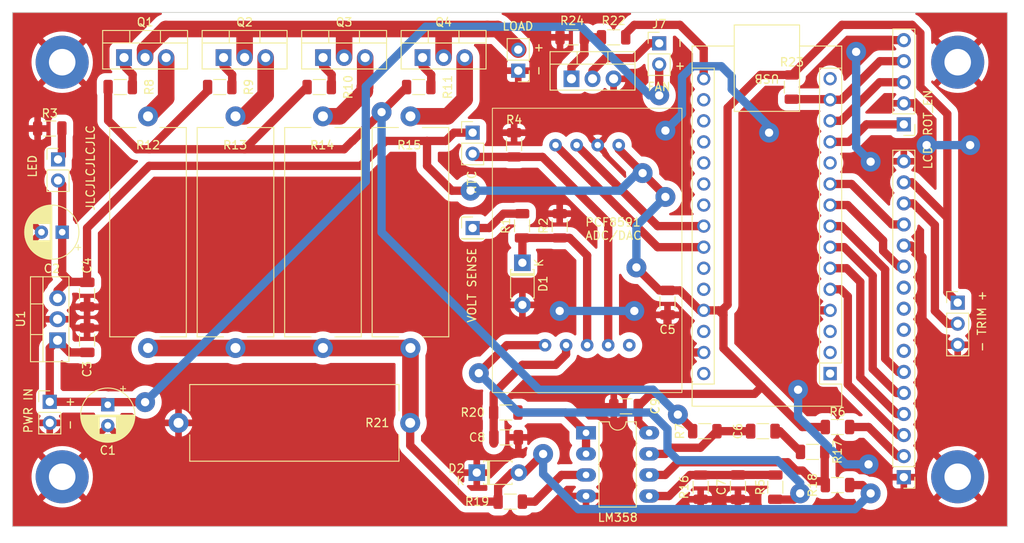
<source format=kicad_pcb>
(kicad_pcb (version 20221018) (generator pcbnew)
  (layers (0 "F.Cu" signal) (31 "B.Cu" signal) (34 "B.Paste" user) (35 "F.Paste" user) (36 "B.SilkS" user "B.Silkscreen") (37 "F.SilkS" user "F.Silkscreen") (38 "B.Mask" user) (39 "F.Mask" user) (44 "Edge.Cuts" user))
  (net 0 "")
  (net 4 "GND")
  (net 5 "Net-(A1-D2)")
  (net 6 "Net-(A1-D3)")
  (net 7 "Net-(A1-D4)")
  (net 8 "Net-(A1-D5)")
  (net 9 "Net-(A1-D6)")
  (net 10 "Net-(A1-D7)")
  (net 11 "fan_control")
  (net 12 "Net-(A1-D9)")
  (net 13 "Net-(A1-D10)")
  (net 14 "Net-(A1-MOSI)")
  (net 23 "Net-(A1-SDA{slash}A4)")
  (net 24 "Net-(A1-SCL{slash}A5)")
  (net 27 "+5V")
  (net 30 "curr_set")
  (net 31 "curr_sense")
  (net 32 "volt_sense")
  (net 33 "temp_sense")
  (net 35 "+12V")
  (net 36 "Net-(U2B-+)")
  (net 37 "Net-(D2-A)")
  (net 38 "Net-(J1-Pin_1)")
  (net 39 "Net-(J3-Pin_1)")
  (net 40 "Net-(J4-Pin_2)")
  (net 41 "Net-(J5-Pin_2)")
  (net 46 "Net-(J5-Pin_14)")
  (net 47 "Net-(J7-Pin_1)")
  (net 48 "Net-(Q1-G)")
  (net 49 "Net-(Q1-S)")
  (net 50 "Net-(Q2-G)")
  (net 51 "Net-(Q2-S)")
  (net 52 "Net-(Q3-G)")
  (net 53 "Net-(Q3-S)")
  (net 54 "Net-(Q4-G)")
  (net 55 "Net-(Q4-S)")
  (net 56 "Net-(Q5-G)")
  (net 57 "Net-(R10-Pad2)")
  (net 58 "Net-(U2B--)")
  (net 59 "Net-(U2A-+)")
  (net 60 "Net-(U2A--)")
  (net 61 "Net-(C6-Pad1)")
  (net 62 "Net-(C6-Pad2)")
  (footprint "Resistor_SMD:R_1206_3216Metric" (layer "F.Cu") (at 117.5 33)
    (fp_text reference "R24")
    (fp_text value "10k" hide)
  )
  (footprint "Connector_PinHeader_2.54mm:PinHeader_1x05_P2.54mm_Vertical" (layer "F.Cu") (at 157.5 43.5 180)
    (fp_text reference "J6" hide)
    (fp_text value "RotEnc_Conn" hide)
  )
  (footprint "Package_DIP:DIP-8_W7.62mm_LongPads" (layer "F.Cu") (at 119.175 80.7)
    (fp_text reference "U2" hide)
    (fp_text value "LM358" hide)
  )
  (footprint "Resistor_SMD:R_1206_3216Metric" (layer "F.Cu") (at 133.5 80.5 180)
    (fp_text reference "R7")
    (fp_text value "100R" hide)
  )
  (footprint "Capacitor_THT:CP_Radial_D6.3mm_P2.50mm" (layer "F.Cu") (at 56 56.5 180)
    (fp_text reference "C2")
    (fp_text value "100uF" hide)
  )
  (footprint "Resistor_THT:R_Axial_Power_L25.0mm_W9.0mm_P27.94mm" (layer "F.Cu") (at 87.45 42.53 -90)
    (fp_text reference "R14")
    (fp_text value "0.1R" hide)
  )
  (footprint "Resistor_SMD:R_1206_3216Metric" (layer "F.Cu") (at 146.5 83 180)
    (fp_text reference "R17")
    (fp_text value "1k" hide)
  )
  (footprint "Capacitor_SMD:C_1206_3216Metric" (layer "F.Cu") (at 129 65 -90)
    (fp_text reference "C5")
    (fp_text value "100nF" hide)
  )
  (footprint "Resistor_SMD:R_1206_3216Metric" (layer "F.Cu") (at 109.5 78.25)
    (fp_text reference "R20")
    (fp_text value "100R" hide)
  )
  (footprint "Resistor_SMD:R_1206_3216Metric" (layer "F.Cu") (at 63 39 180)
    (fp_text reference "R8")
    (fp_text value "100R" hide)
  )
  (footprint "Package_TO_SOT_THT:TO-220-3_Vertical" (layer "F.Cu") (at 87.46 35.445)
    (fp_text reference "Q3")
    (fp_text value "IRLZ44N" hide)
  )
  (footprint "Package_TO_SOT_THT:TO-220-3_Vertical" (layer "F.Cu") (at 99.46 35.445)
    (fp_text reference "Q4")
    (fp_text value "IRLZ44N" hide)
  )
  (footprint "Resistor_SMD:R_1206_3216Metric" (layer "F.Cu") (at 142 87.25 90)
    (fp_text reference "R5")
    (fp_text value "10k" hide)
  )
  (footprint "Resistor_THT:R_Axial_Power_L25.0mm_W9.0mm_P27.94mm" (layer "F.Cu") (at 66.35 42.53 -90)
    (fp_text reference "R12")
    (fp_text value "0.1R" hide)
  )
  (footprint "Resistor_SMD:R_1206_3216Metric" (layer "F.Cu") (at 149.5 87 180)
    (fp_text reference "R18")
    (fp_text value "10k" hide)
  )
  (footprint "Connector_PinHeader_2.54mm:PinHeader_1x16_P2.54mm_Vertical" (layer "F.Cu") (at 157.5 86.05 180)
    (fp_text reference "J5" hide)
    (fp_text value "16x2_LCD_Conn" hide)
  )
  (footprint "Resistor_THT:R_Axial_Power_L25.0mm_W9.0mm_P27.94mm" (layer "F.Cu") (at 97.97 79.5 180)
    (fp_text reference "R21")
    (fp_text value "0.1R" hide)
  )
  (footprint "Resistor_SMD:R_1206_3216Metric" (layer "F.Cu") (at 110.0375 89 180)
    (fp_text reference "R19")
    (fp_text value "10k" hide)
  )
  (footprint "Package_TO_SOT_THT:TO-220-3_Vertical" (layer "F.Cu") (at 117.42 38)
    (fp_text reference "Q5" hide)
    (fp_text value "IRLZ44N" hide)
  )
  (footprint "MountingHole:MountingHole_3.2mm_M3_Pad" (layer "F.Cu") (at 56 86)
    (fp_text reference "H3" hide)
    (fp_text value "MountingHole_Pad" hide)
  )
  (footprint "Connector_PinHeader_2.54mm:PinHeader_1x02_P2.54mm_Vertical" (layer "F.Cu") (at 111 37.025 180)
    (fp_text reference "J4" hide)
    (fp_text value "Load_Conn" hide)
  )
  (footprint "Connector_PinHeader_2.54mm:PinHeader_1x03_P2.54mm_Vertical" (layer "F.Cu") (at 164 65)
    (fp_text reference "RV1" hide)
    (fp_text value "10k" hide)
  )
  (footprint "Module:Arduino_Nano" (layer "F.Cu") (at 148.61 73.55 180)
    (fp_text reference "A1" hide)
    (fp_text value "Arduino_Nano" hide)
  )
  (footprint "Resistor_SMD:R_1206_3216Metric" (layer "F.Cu") (at 122.5 33 180)
    (fp_text reference "R22")
    (fp_text value "220R" hide)
  )
  (footprint "Resistor_SMD:R_1206_3216Metric" (layer "F.Cu") (at 54.5 44)
    (fp_text reference "R3")
    (fp_text value "220R" hide)
  )
  (footprint "Diode_THT:D_T-1_P5.08mm_Horizontal" (layer "F.Cu") (at 111.5 60.19 -90)
    (fp_text reference "D1")
    (fp_text value "5V")
  )
  (footprint "Connector_PinHeader_2.54mm:PinHeader_1x01_P2.54mm_Vertical" (layer "F.Cu") (at 105.5 56)
    (fp_text reference "J1" hide)
    (fp_text value "VoltSense_Conn" hide)
  )
  (footprint "Connector_PinHeader_2.54mm:PinHeader_1x02_P2.54mm_Vertical" (layer "F.Cu") (at 54.5 76.96)
    (fp_text reference "J2" hide)
    (fp_text value "PowerInput_Conn" hide)
  )
  (footprint "MountingHole:MountingHole_3.2mm_M3_Pad" (layer "F.Cu") (at 164 86)
    (fp_text reference "H4" hide)
    (fp_text value "MountingHole_Pad" hide)
  )
  (footprint "Resistor_SMD:R_1206_3216Metric" (layer "F.Cu") (at 110.5 45.9625 90)
    (fp_text reference "R4")
    (fp_text value "10k" hide)
  )
  (footprint "Package_TO_SOT_THT:TO-220-3_Vertical" (layer "F.Cu") (at 55.445 69.54 90)
    (fp_text reference "U1")
    (fp_text value "LM7805_TO220" hide)
  )
  (footprint "Resistor_SMD:R_1206_3216Metric" (layer "F.Cu") (at 75 39 180)
    (fp_text reference "R9")
    (fp_text value "100R" hide)
  )
  (footprint "Connector_PinHeader_2.54mm:PinHeader_1x02_P2.54mm_Vertical" (layer "F.Cu") (at 128 33.725)
    (fp_text reference "J7")
    (fp_text value "Fan_Conn" hide)
  )
  (footprint "Capacitor_SMD:C_1206_3216Metric" (layer "F.Cu") (at 59 69.525 90)
    (fp_text reference "C3")
    (fp_text value "100nF" hide)
  )
  (footprint "Resistor_SMD:R_1206_3216Metric" (layer "F.Cu") (at 116 55.73 -90)
    (fp_text reference "R2")
    (fp_text value "10k" hide)
  )
  (footprint "Connector_PinHeader_2.54mm:PinHeader_1x02_P2.54mm_Vertical" (layer "F.Cu") (at 55.5 47.725)
    (fp_text reference "J3" hide)
    (fp_text value "LED_Conn" hide)
  )
  (footprint "Capacitor_THT:CP_Radial_D6.3mm_P2.50mm" (layer "F.Cu") (at 61.5 77.317621 -90)
    (fp_text reference "C1")
    (fp_text value "100uF" hide)
  )
  (footprint "Resistor_SMD:R_1206_3216Metric" (layer "F.Cu") (at 133 87.25 90)
    (fp_text reference "R16")
    (fp_text value "1k" hide)
  )
  (footprint "Resistor_SMD:R_1206_3216Metric" (layer "F.Cu") (at 144 39 90)
    (fp_text reference "R23")
    (fp_text value "10k" hide)
  )
  (footprint "Capacitor_SMD:C_1206_3216Metric" (layer "F.Cu") (at 124 77.5 180)
    (fp_text reference "C9")
    (fp_text value "100nF" hide)
  )
  (footprint "Resistor_SMD:R_1206_3216Metric" (layer "F.Cu") (at 87 39 180)
    (fp_text reference "R10")
    (fp_text value "100R" hide)
  )
  (footprint "Package_TO_SOT_THT:TO-220-3_Vertical" (layer "F.Cu") (at 63.46 35.445)
    (fp_text reference "Q1")
    (fp_text value "IRLZ44N" hide)
  )
  (footprint "Package_TO_SOT_THT:TO-220-3_Vertical" (layer "F.Cu") (at 75.46 35.445)
    (fp_text reference "Q2")
    (fp_text value "IRLZ44N" hide)
  )
  (footprint "Resistor_SMD:R_1206_3216Metric" (layer "F.Cu") (at 149.5 80)
    (fp_text reference "R6")
    (fp_text value "470R" hide)
  )
  (footprint "Diode_THT:D_T-1_P5.08mm_Horizontal" (layer "F.Cu") (at 105.9975 85.5)
    (fp_text reference "D2")
    (fp_text value "D" hide)
  )
  (footprint "Resistor_THT:R_Axial_Power_L25.0mm_W9.0mm_P27.94mm" (layer "F.Cu") (at 98 42.53 -90)
    (fp_text reference "R15")
    (fp_text value "0.1R" hide)
  )
  (footprint "MyFootprintLibrary:ADC_DAC_Board" (layer "F.Cu") (at 119.31 58.7 90)
    (fp_text reference "A2" hide)
    (fp_text value "~" hide)
  )
  (footprint "Capacitor_SMD:C_1206_3216Metric" (layer "F.Cu") (at 59 64.025 -90)
    (fp_text reference "C4")
    (fp_text value "100nF" hide)
  )
  (footprint "MountingHole:MountingHole_3.2mm_M3_Pad" (layer "F.Cu") (at 164 36)
    (fp_text reference "H2" hide)
    (fp_text value "MountingHole_Pad" hide)
  )
  (footprint "Capacitor_SMD:C_1206_3216Metric" (layer "F.Cu") (at 140.5 80.5)
    (fp_text reference "C6")
    (fp_text value "1nF" hide)
  )
  (footprint "Resistor_THT:R_Axial_Power_L25.0mm_W9.0mm_P27.94mm" (layer "F.Cu") (at 76.9 42.53 -90)
    (fp_text reference "R13")
    (fp_text value "0.1R" hide)
  )
  (footprint "Resistor_SMD:R_1206_3216Metric" (layer "F.Cu") (at 111.46 55.73 90)
    (fp_text reference "R1")
    (fp_text value "47k" hide)
  )
  (footprint "Connector_PinHeader_2.54mm:PinHeader_1x02_P2.54mm_Vertical" (layer "F.Cu") (at 105.5 44.5)
    (fp_text reference "TH1" hide)
    (fp_text value "10k_NTC" hide)
  )
  (footprint "MountingHole:MountingHole_3.2mm_M3_Pad" (layer "F.Cu") (at 56 36)
    (fp_text reference "H1" hide)
    (fp_text value "MountingHole_Pad" hide)
  )
  (footprint "Resistor_SMD:R_1206_3216Metric" (layer "F.Cu") (at 99 39 180)
    (fp_text reference "R11")
    (fp_text value "100R" hide)
  )
  (footprint "Capacitor_SMD:C_1206_3216Metric" (layer "F.Cu") (at 137.5 87.25 -90)
    (fp_text reference "C7")
    (fp_text value "100nF" hide)
  )
  (footprint "Capacitor_SMD:C_1206_3216Metric" (layer "F.Cu") (at 109.5375 81.25)
    (fp_text reference "C8")
    (fp_text value "100n" hide)
  )
  (gr_line (start 170 92) (end 50 92) (stroke (width 0.1)) (layer "Edge.Cuts"))
  (gr_line (start 50 30) (end 170 30) (stroke (width 0.1)) (layer "Edge.Cuts"))
  (gr_line (start 170 30) (end 170 92) (stroke (width 0.1)) (layer "Edge.Cuts"))
  (gr_line (start 50 92) (end 50 30) (stroke (width 0.1)) (layer "Edge.Cuts"))
  (gr_text "ROT_EN" (at 161 44.96 90) (layer "F.SilkS") (effects (font (size 1 1)) (justify left bottom)))
  (gr_text "LM358" (at 120.5 91.5) (layer "F.SilkS") (effects (font (size 1 1)) (justify left bottom)))
  (gr_text "LCD" (at 161 49 90) (layer "F.SilkS") (effects (font (size 1 1)) (justify left bottom)))
  (gr_text "-  +" (at 114 37.75 90) (layer "F.SilkS") (effects (font (size 1 1)) (justify left bottom)))
  (gr_text "VOLT SENSE" (at 106 67.5 90) (layer "F.SilkS") (effects (font (size 1 1)) (justify left bottom)))
  (gr_text "-  +" (at 57.5 80.46 90) (layer "F.SilkS") (effects (font (size 1 1)) (justify left bottom)))
  (gr_text "- TRIM +" (at 167.5 71.04 90) (layer "F.SilkS") (effects (font (size 1 1)) (justify left bottom)))
  (gr_text "PCF8591\nADC/DAC" (at 119 57.5) (layer "F.SilkS") (effects (font (size 1 1)) (justify left bottom)))
  (gr_text "NTC" (at 106 52 90) (layer "F.SilkS") (effects (font (size 1 1)) (justify left bottom)))
  (gr_text "FAN" (at 126.5 39.555) (layer "F.SilkS") (effects (font (size 1 1)) (justify left bottom)))
  (gr_text "LOAD" (at 109 32.25) (layer "F.SilkS") (effects (font (size 1 1)) (justify left bottom)))
  (gr_text "-  +" (at 130 33 -90) (layer "F.SilkS") (effects (font (size 1 1)) (justify left bottom)))
  (gr_text "PWR IN" (at 52.5 80.83 90) (layer "F.SilkS") (effects (font (size 1 1)) (justify left bottom)))
  (gr_text "JLCJLCJLCJLC" (at 60 54 90) (layer "F.SilkS") (effects (font (size 1 1)) (justify left bottom)))
  (gr_text "LED" (at 53 50 90) (layer "F.SilkS") (effects (font (size 1 1)) (justify left bottom)))
  (segment (start 144.75 67.75) (end 144.75 75.5) (width 1) (layer "F.Cu") (net 4))
  (segment (start 162.797919 70.08) (end 164 70.08) (width 1) (layer "F.Cu") (net 4))
  (segment (start 158.71 40.96) (end 160.25 42.5) (width 1) (layer "F.Cu") (net 4))
  (segment (start 157.5 33.34) (end 153.16 33.34) (width 1) (layer "F.Cu") (net 4))
  (segment (start 159.75 59.5) (end 159.75 67.032081) (width 1) (layer "F.Cu") (net 4))
  (segment (start 129 68) (end 132.01 71.01) (width 1) (layer "F.Cu") (net 4))
  (segment (start 129 66.475) (end 129 68) (width 1) (layer "F.Cu") (net 4))
  (segment (start 158.36 58.11) (end 159.75 59.5) (width 1) (layer "F.Cu") (net 4))
  (segment (start 157.5 40.96) (end 158.71 40.96) (width 1) (layer "F.Cu") (net 4))
  (segment (start 132.01 71.01) (end 133.37 71.01) (width 1) (layer "F.Cu") (net 4))
  (segment (start 153.16 33.34) (end 151.75 34.75) (width 1) (layer "F.Cu") (net 4))
  (segment (start 159.75 67.032081) (end 162.797919 70.08) (width 1) (layer "F.Cu") (net 4))
  (segment (start 146.57 65.93) (end 144.75 67.75) (width 1) (layer "F.Cu") (net 4))
  (segment (start 148.61 65.93) (end 146.57 65.93) (width 1) (layer "F.Cu") (net 4))
  (segment (start 157.5 58.11) (end 158.36 58.11) (width 1) (layer "F.Cu") (net 4))
  (segment (start 160.25 42.5) (end 160.25 46) (width 1) (layer "F.Cu") (net 4))
  (via (at 141.25 44.5) (size 2.4) (drill 1) (layers "F.Cu" "B.Cu") (net 4))
  (via (at 153.25 84.5) (size 2.4) (drill 1) (layers "F.Cu" "B.Cu") (net 4))
  (via (at 144.75 75.5) (size 2.4) (drill 1) (layers "F.Cu" "B.Cu") (net 4))
  (via (at 165.5 46) (size 2.4) (drill 1) (layers "F.Cu" "B.Cu") (net 4))
  (via (at 151.75 34.75) (size 2.4) (drill 1) (layers "F.Cu" "B.Cu") (net 4))
  (via (at 160.25 46) (size 2.4) (drill 1) (layers "F.Cu" "B.Cu") (net 4))
  (via (at 153.5 48) (size 2.4) (drill 1) (layers "F.Cu" "B.Cu") (net 4))
  (via (at 128.75 44.25) (size 2.4) (drill 1) (layers "F.Cu" "B.Cu") (net 4))
  (via (at 125 66) (size 2.4) (drill 1) (layers "F.Cu" "B.Cu") (net 4))
  (via (at 116 66) (size 2.4) (drill 1) (layers "F.Cu" "B.Cu") (net 4))
  (segment (start 141.25 43.748679) (end 136.75 39.248679) (width 1) (layer "B.Cu") (net 4))
  (segment (start 160.25 46) (end 165.5 46) (width 1) (layer "B.Cu") (net 4))
  (segment (start 125 66) (end 116 66) (width 1) (layer "B.Cu") (net 4))
  (segment (start 153.25 84.5) (end 150.5 84.5) (width 1) (layer "B.Cu") (net 4))
  (segment (start 130.75 37.75) (end 130.75 42.25) (width 1) (layer "B.Cu") (net 4))
  (segment (start 141.25 44.5) (end 141.25 43.748679) (width 1) (layer "B.Cu") (net 4))
  (segment (start 136.75 39.248679) (end 136.75 37.744339) (width 1) (layer "B.Cu") (net 4))
  (segment (start 136.75 37.744339) (end 135.495661 36.49) (width 1) (layer "B.Cu") (net 4))
  (segment (start 135.495661 36.49) (end 132.01 36.49) (width 1) (layer "B.Cu") (net 4))
  (segment (start 150.5 84.5) (end 144.75 78.75) (width 1) (layer "B.Cu") (net 4))
  (segment (start 144.75 78.75) (end 144.75 75.5) (width 1) (layer "B.Cu") (net 4))
  (segment (start 151.75 46.25) (end 153.5 48) (width 1) (layer "B.Cu") (net 4))
  (segment (start 132.01 36.49) (end 130.75 37.75) (width 1) (layer "B.Cu") (net 4))
  (segment (start 151.75 34.75) (end 151.75 46.25) (width 1) (layer "B.Cu") (net 4))
  (segment (start 130.75 42.25) (end 128.75 44.25) (width 1) (layer "B.Cu") (net 4))
  (segment (start 149.89 63.39) (end 150.75 64.25) (width 1) (layer "F.Cu") (net 5))
  (segment (start 156.86 80.97) (end 157.5 80.97) (width 1) (layer "F.Cu") (net 5))
  (segment (start 150.75 74.86) (end 156.86 80.97) (width 1) (layer "F.Cu") (net 5))
  (segment (start 148.61 63.39) (end 149.89 63.39) (width 1) (layer "F.Cu") (net 5))
  (segment (start 150.75 64.25) (end 150.75 74.86) (width 1) (layer "F.Cu") (net 5))
  (segment (start 148.61 60.85) (end 150.6 60.85) (width 1) (layer "F.Cu") (net 6))
  (segment (start 150.6 60.85) (end 152.25 62.5) (width 1) (layer "F.Cu") (net 6))
  (segment (start 156.68 78.43) (end 157.5 78.43) (width 1) (layer "F.Cu") (net 6))
  (segment (start 152.25 74) (end 156.68 78.43) (width 1) (layer "F.Cu") (net 6))
  (segment (start 152.25 62.5) (end 152.25 74) (width 1) (layer "F.Cu") (net 6))
  (segment (start 150.31 58.31) (end 153.75 61.75) (width 1) (layer "F.Cu") (net 7))
  (segment (start 156.64 75.89) (end 157.5 75.89) (width 1) (layer "F.Cu") (net 7))
  (segment (start 153.75 61.75) (end 153.75 73) (width 1) (layer "F.Cu") (net 7))
  (segment (start 148.61 58.31) (end 150.31 58.31) (width 1) (layer "F.Cu") (net 7))
  (segment (start 153.75 73) (end 156.64 75.89) (width 1) (layer "F.Cu") (net 7))
  (segment (start 155.25 61) (end 155.25 71.75) (width 1) (layer "F.Cu") (net 8))
  (segment (start 155.25 71.75) (end 156.85 73.35) (width 1) (layer "F.Cu") (net 8))
  (segment (start 150.02 55.77) (end 155.25 61) (width 1) (layer "F.Cu") (net 8))
  (segment (start 148.61 55.77) (end 150.02 55.77) (width 1) (layer "F.Cu") (net 8))
  (segment (start 156.85 73.35) (end 157.5 73.35) (width 1) (layer "F.Cu") (net 8))
  (segment (start 148.61 53.23) (end 150.73 53.23) (width 1) (layer "F.Cu") (net 9))
  (segment (start 155 57.5) (end 155 58.75) (width 1) (layer "F.Cu") (net 9))
  (segment (start 150.73 53.23) (end 155 57.5) (width 1) (layer "F.Cu") (net 9))
  (segment (start 156.9 60.65) (end 157.5 60.65) (width 1) (layer "F.Cu") (net 9))
  (segment (start 155 58.75) (end 156.9 60.65) (width 1) (layer "F.Cu") (net 9))
  (segment (start 156.07 55.57) (end 157.5 55.57) (width 1) (layer "F.Cu") (net 10))
  (segment (start 148.61 50.69) (end 151.19 50.69) (width 1) (layer "F.Cu") (net 10))
  (segment (start 151.19 50.69) (end 156.07 55.57) (width 1) (layer "F.Cu") (net 10))
  (segment (start 133.37 34.37) (end 133.37 37.99) (width 1) (layer "F.Cu") (net 11))
  (segment (start 130.5 31.5) (end 133.37 34.37) (width 1) (layer "F.Cu") (net 11))
  (segment (start 123.9625 33) (end 123.9625 32.5375) (width 1) (layer "F.Cu") (net 11))
  (segment (start 125 31.5) (end 130.5 31.5) (width 1) (layer "F.Cu") (net 11))
  (segment (start 123.9625 32.5375) (end 125 31.5) (width 1) (layer "F.Cu") (net 11))
  (segment (start 153 43.5) (end 157.5 43.5) (width 1) (layer "F.Cu") (net 12))
  (segment (start 150.89 45.61) (end 153 43.5) (width 1) (layer "F.Cu") (net 12))
  (segment (start 148.61 45.61) (end 150.89 45.61) (width 1) (layer "F.Cu") (net 12))
  (segment (start 154.58 38.42) (end 157.5 38.42) (width 1) (layer "F.Cu") (net 13))
  (segment (start 148.61 43.07) (end 149.93 43.07) (width 1) (layer "F.Cu") (net 13))
  (segment (start 149.93 43.07) (end 154.58 38.42) (width 1) (layer "F.Cu") (net 13))
  (segment (start 144 40.4625) (end 148.5425 40.4625) (width 1) (layer "F.Cu") (net 14))
  (segment (start 154.62 35.88) (end 157.5 35.88) (width 1) (layer "F.Cu") (net 14))
  (segment (start 149.97 40.53) (end 154.62 35.88) (width 1) (layer "F.Cu") (net 14))
  (segment (start 148.5425 40.4625) (end 148.61 40.53) (width 1) (layer "F.Cu") (net 14))
  (segment (start 148.61 40.53) (end 149.97 40.53) (width 1) (layer "F.Cu") (net 14))
  (segment (start 127.81 55.77) (end 133.37 55.77) (width 1) (layer "F.Cu") (net 23))
  (segment (start 118.04 46) (end 127.81 55.77) (width 1) (layer "F.Cu") (net 23))
  (segment (start 115.5 46) (end 127.81 58.31) (width 1) (layer "F.Cu") (net 24))
  (segment (start 127.81 58.31) (end 133.37 58.31) (width 1) (layer "F.Cu") (net 24))
  (segment (start 162.75 63.75) (end 164 65) (width 1) (layer "F.Cu") (net 27))
  (segment (start 59 62.55) (end 59 56) (width 1) (layer "F.Cu") (net 27))
  (segment (start 56 56.5) (end 56 61.5) (width 1) (layer "F.Cu") (net 27))
  (segment (start 123.12 46.495) (end 126 49.375) (width 1) (layer "F.Cu") (net 27))
  (segment (start 140.2125 37.5375) (end 136.25 41.5) (width 1) (layer "F.Cu") (net 27))
  (segment (start 132.9 65.93) (end 133.37 65.93) (width 1) (layer "F.Cu") (net 27))
  (segment (start 135.18 65.93) (end 133.37 65.93) (width 1) (layer "F.Cu") (net 27))
  (segment (start 136.25 41.5) (end 136.25 65.25) (width 1) (layer "F.Cu") (net 27))
  (segment (start 159.5 39) (end 159.5 32.5) (width 1) (layer "F.Cu") (net 27))
  (segment (start 129 63.525) (end 128.025 63.525) (width 1) (layer "F.Cu") (net 27))
  (segment (start 59 56) (end 66.5 48.5) (width 1) (layer "F.Cu") (net 27))
  (segment (start 136.25 65.25) (end 135.75 65.75) (width 1) (layer "F.Cu") (net 27))
  (segment (start 102.5 51) (end 103 51.5) (width 1) (layer "F.Cu") (net 27))
  (segment (start 128.75 52.25) (end 128.75 52.125) (width 1) (layer "F.Cu") (net 27))
  (segment (start 158.5 31.5) (end 150.0375 31.5) (width 1) (layer "F.Cu") (net 27))
  (segment (start 130.495 63.525) (end 132.9 65.93) (width 1) (layer "F.Cu") (net 27))
  (segment (start 162.75 42.25) (end 159.5 39) (width 1) (layer "F.Cu") (net 27))
  (segment (start 56 61.5) (end 57 62.5) (width 1) (layer "F.Cu") (net 27))
  (segment (start 150.0375 31.5) (end 144 37.5375) (width 1) (layer "F.Cu") (net 27))
  (segment (start 92 48.5) (end 95 45.5) (width 1) (layer "F.Cu") (net 27))
  (segment (start 102.25 45.5) (end 103.25 44.5) (width 1) (layer "F.Cu") (net 27))
  (segment (start 66.5 48.5) (end 92 48.5) (width 1) (layer "F.Cu") (net 27))
  (segment (start 56.5 62.5) (end 57 62.5) (width 1) (layer "F.Cu") (net 27))
  (segment (start 103 51.5) (end 105.25 51.5) (width 1) (layer "F.Cu") (net 27))
  (segment (start 100 48.5) (end 102.5 51) (width 1) (layer "F.Cu") (net 27))
  (segment (start 125.475 77.5) (end 126.975 76) (width 1) (layer "F.Cu") (net 27))
  (segment (start 157.5 50.49) (end 158.49 50.49) (width 1) (layer "F.Cu") (net 27))
  (segment (start 162.75 54.75) (end 162.75 42.25) (width 1) (layer "F.Cu") (net 27))
  (segment (start 145.25 80) (end 140.375 75.125) (width 1) (layer "F.Cu") (net 27))
  (segment (start 129 63.525) (end 130.495 63.525) (width 1) (layer "F.Cu") (net 27))
  (segment (start 56 56.5) (end 56 50.765) (width 1) (layer "F.Cu") (net 27))
  (segment (start 158.49 50.49) (end 162.75 54.75) (width 1) (layer "F.Cu") (net 27))
  (segment (start 56 50.765) (end 55.5 50.265) (width 1) (layer "F.Cu") (net 27))
  (segment (start 55.445 64.46) (end 55.445 63.555) (width 1) (layer "F.Cu") (net 27))
  (segment (start 162.75 54.75) (end 162.75 63.75) (width 1) (layer "F.Cu") (net 27))
  (segment (start 57 62.5) (end 58.95 62.5) (width 1) (layer "F.Cu") (net 27))
  (segment (start 135.75 70.5) (end 135.75 66.5) (width 1) (layer "F.Cu") (net 27))
  (segment (start 55.445 63.555) (end 56.5 62.5) (width 1) (layer "F.Cu") (net 27))
  (segment (start 103.25 44.5) (end 105.5 44.5) (width 1) (layer "F.Cu") (net 27))
  (segment (start 95 45.5) (end 100 45.5) (width 1) (layer "F.Cu") (net 27))
  (segment (start 128.75 52.125) (end 126 49.375) (width 1) (layer "F.Cu") (net 27))
  (segment (start 128.025 63.525) (end 125.25 60.75) (width 1) (layer "F.Cu") (net 27))
  (segment (start 144 37.5375) (end 140.2125 37.5375) (width 1) (layer "F.Cu") (net 27))
  (segment (start 58.95 62.5) (end 59 62.55) (width 1) (layer "F.Cu") (net 27))
  (segment (start 140.375 75.125) (end 135.75 70.5) (width 1) (layer "F.Cu") (net 27))
  (segment (start 135.75 65.75) (end 135.75 66.5) (width 1) (layer "F.Cu") (net 27))
  (segment (start 139.5 76) (end 140.375 75.125) (width 1) (layer "F.Cu") (net 27))
  (segment (start 126.975 76) (end 139.5 76) (width 1) (layer "F.Cu") (net 27))
  (segment (start 123.12 46) (end 123.12 46.495) (width 1) (layer "F.Cu") (net 27))
  (segment (start 125.475 79.38) (end 126.795 80.7) (width 1) (layer "F.Cu") (net 27))
  (segment (start 148.0375 80) (end 145.25 80) (width 1) (layer "F.Cu") (net 27))
  (segment (start 125.475 77.5) (end 125.475 79.38) (width 1) (layer "F.Cu") (net 27))
  (segment (start 100 45.5) (end 102.25 45.5) (width 1) (layer "F.Cu") (net 27))
  (segment (start 159.5 32.5) (end 158.5 31.5) (width 1) (layer "F.Cu") (net 27))
  (segment (start 100 45.5) (end 100 48.5) (width 1) (layer "F.Cu") (net 27))
  (segment (start 135.75 66.5) (end 135.18 65.93) (width 1) (layer "F.Cu") (net 27))
  (via (at 126 49.375) (size 2.4) (drill 1) (layers "F.Cu" "B.Cu") (net 27))
  (via (at 125.25 60.75) (size 2.4) (drill 1) (layers "F.Cu" "B.Cu") (net 27))
  (via (at 128.75 52.25) (size 2.4) (drill 1) (layers "F.Cu" "B.Cu") (net 27))
  (via (at 105.25 51.5) (size 2.4) (drill 1) (layers "F.Cu" "B.Cu") (net 27))
  (segment (start 123.25 51.5) (end 105.25 51.5) (width 1) (layer "B.Cu") (net 27))
  (segment (start 125.375 49.375) (end 123.25 51.5) (width 1) (layer "B.Cu") (net 27))
  (segment (start 125.25 55.75) (end 125.25 60.75) (width 1) (layer "B.Cu") (net 27))
  (segment (start 128.75 52.25) (end 125.25 55.75) (width 1) (layer "B.Cu") (net 27))
  (segment (start 126 49.375) (end 125.375 49.375) (width 1) (layer "B.Cu") (net 27))
  (segment (start 109.62 70.13) (end 106.25 73.5) (width 1) (layer "F.Cu") (net 30))
  (segment (start 144.25 88.75) (end 142.0375 88.75) (width 1) (layer "F.Cu") (net 30))
  (segment (start 114.23 70.13) (end 109.62 70.13) (width 1) (layer "F.Cu") (net 30))
  (segment (start 145 88) (end 144.25 88.75) (width 1) (layer "F.Cu") (net 30))
  (via (at 106.25 73.5) (size 2.4) (drill 1) (layers "F.Cu" "B.Cu") (net 30))
  (via (at 145 88) (size 2.4) (drill 1) (layers "F.Cu" "B.Cu") (net 30))
  (segment (start 142.25 84) (end 130.25 84) (width 1) (layer "B.Cu") (net 30))
  (segment (start 145 88) (end 145 86.75) (width 1) (layer "B.Cu") (net 30))
  (segment (start 129 82.75) (end 129 80.25) (width 1) (layer "B.Cu") (net 30))
  (segment (start 127 78.25) (end 111 78.25) (width 1) (layer "B.Cu") (net 30))
  (segment (start 130.25 84) (end 129 82.75) (width 1) (layer "B.Cu") (net 30))
  (segment (start 129 80.25) (end 127 78.25) (width 1) (layer "B.Cu") (net 30))
  (segment (start 145 86.75) (end 142.25 84) (width 1) (layer "B.Cu") (net 30))
  (segment (start 111 78.25) (end 106.25 73.5) (width 1) (layer "B.Cu") (net 30))
  (segment (start 116.77 71.23) (end 115.5 72.5) (width 1) (layer "F.Cu") (net 31))
  (segment (start 111.5 72.5) (end 108.0375 75.9625) (width 1) (layer "F.Cu") (net 31))
  (segment (start 108.0375 81.975) (end 108.0625 82) (width 1) (layer "F.Cu") (net 31))
  (segment (start 108.0375 78.25) (end 108.0375 81.225) (width 1) (layer "F.Cu") (net 31))
  (segment (start 108.0375 75.9625) (end 108.0375 78.25) (width 1) (layer "F.Cu") (net 31))
  (segment (start 116.77 70.13) (end 116.77 71.23) (width 1) (layer "F.Cu") (net 31))
  (segment (start 115.5 72.5) (end 111.5 72.5) (width 1) (layer "F.Cu") (net 31))
  (segment (start 119.31 59.31) (end 119.31 70.13) (width 1) (layer "F.Cu") (net 32))
  (segment (start 111.46 57.1925) (end 116 57.1925) (width 1) (layer "F.Cu") (net 32))
  (segment (start 111.5 60.19) (end 111.5 57.2325) (width 1) (layer "F.Cu") (net 32))
  (segment (start 117.1925 57.1925) (end 119.31 59.31) (width 1) (layer "F.Cu") (net 32))
  (segment (start 116 57.1925) (end 117.1925 57.1925) (width 1) (layer "F.Cu") (net 32))
  (segment (start 111.5 57.2325) (end 111.46 57.1925) (width 1) (layer "F.Cu") (net 32))
  (segment (start 110.5 47.425) (end 113.925 47.425) (width 1) (layer "F.Cu") (net 33))
  (segment (start 121.85 55.35) (end 121.85 70.13) (width 1) (layer "F.Cu") (net 33))
  (segment (start 110.5 47.425) (end 105.885 47.425) (width 1) (layer "F.Cu") (net 33))
  (segment (start 105.885 47.425) (end 105.5 47.04) (width 1) (layer "F.Cu") (net 33))
  (segment (start 113.925 47.425) (end 121.85 55.35) (width 1) (layer "F.Cu") (net 33))
  (segment (start 128 40) (end 128 36.265) (width 1) (layer "F.Cu") (net 35))
  (segment (start 54.5 76.96) (end 61.142379 76.96) (width 1) (layer "F.Cu") (net 35))
  (segment (start 61.817621 77) (end 61.5 77.317621) (width 1) (layer "F.Cu") (net 35))
  (segment (start 54.5 70.485) (end 55.445 69.54) (width 1) (layer "F.Cu") (net 35))
  (segment (start 61.142379 76.96) (end 61.5 77.317621) (width 1) (layer "F.Cu") (net 35))
  (segment (start 59 71) (end 56.905 71) (width 1) (layer "F.Cu") (net 35))
  (segment (start 66 77) (end 61.817621 77) (width 1) (layer "F.Cu") (net 35))
  (segment (start 56.905 71) (end 55.445 69.54) (width 1) (layer "F.Cu") (net 35))
  (segment (start 54.5 76.96) (end 54.5 70.485) (width 1) (layer "F.Cu") (net 35))
  (via (at 66 77) (size 2.4) (drill 1) (layers "F.Cu" "B.Cu") (net 35))
  (via (at 128 40) (size 2.4) (drill 1) (layers "F.Cu" "B.Cu") (net 35))
  (segment (start 124.1525 37.268012) (end 118.619488 31.735) (width 1) (layer "B.Cu") (net 35))
  (segment (start 126.8505 40) (end 124.1525 37.302) (width 1) (layer "B.Cu") (net 35))
  (segment (start 92.61875 38.93375) (end 92.61875 50.38125) (width 1) (layer "B.Cu") (net 35))
  (segment (start 118.619488 31.735) (end 99.8175 31.735) (width 1) (layer "B.Cu") (net 35))
  (segment (start 128 40) (end 126.8505 40) (width 1) (layer "B.Cu") (net 35))
  (segment (start 92.61875 50.38125) (end 66 77) (width 1) (layer "B.Cu") (net 35))
  (segment (start 124.1525 37.302) (end 124.1525 37.268012) (width 1) (layer "B.Cu") (net 35))
  (segment (start 99.8175 31.735) (end 92.61875 38.93375) (width 1) (layer "B.Cu") (net 35))
  (segment (start 129.18 88.32) (end 131.7125 85.7875) (width 1) (layer "F.Cu") (net 36))
  (segment (start 131.7125 85.7875) (end 133 85.7875) (width 1) (layer "F.Cu") (net 36))
  (segment (start 126.795 88.32) (end 129.18 88.32) (width 1) (layer "F.Cu") (net 36))
  (segment (start 137.5 85.775) (end 141.9875 85.775) (width 1) (layer "F.Cu") (net 36))
  (segment (start 133 85.7875) (end 137.4875 85.7875) (width 1) (layer "F.Cu") (net 36))
  (segment (start 133 85.7875) (end 134 85.7875) (width 1) (layer "F.Cu") (net 36))
  (segment (start 108.575 89) (end 104.75 89) (width 1) (layer "F.Cu") (net 37))
  (segment (start 111.75 85.5) (end 114 83.25) (width 1) (layer "F.Cu") (net 37))
  (segment (start 110.25 85.5) (end 108.575 87.175) (width 1) (layer "F.Cu") (net 37))
  (segment (start 108.575 87.175) (end 108.575 89) (width 1) (layer "F.Cu") (net 37))
  (segment (start 97.97 82.22) (end 97.97 79.5) (width 1) (layer "F.Cu") (net 37))
  (segment (start 98 70.47) (end 98 79.47) (width 2) (layer "F.Cu") (net 37))
  (segment (start 87.45 70.47) (end 76.9 70.47) (width 2) (layer "F.Cu") (net 37))
  (segment (start 152.5 87) (end 153.5 88) (width 1) (layer "F.Cu") (net 37))
  (segment (start 104.75 89) (end 97.97 82.22) (width 1) (layer "F.Cu") (net 37))
  (segment (start 98 79.47) (end 97.97 79.5) (width 2) (layer "F.Cu") (net 37))
  (segment (start 98 70.47) (end 87.45 70.47) (width 2) (layer "F.Cu") (net 37))
  (segment (start 150.9625 87) (end 152.5 87) (width 1) (layer "F.Cu") (net 37))
  (segment (start 66.35 70.47) (end 76.9 70.47) (width 2) (layer "F.Cu") (net 37))
  (segment (start 111.0775 85.5) (end 111.75 85.5) (width 1) (layer "F.Cu") (net 37))
  (segment (start 111.0775 85.5) (end 110.25 85.5) (width 1) (layer "F.Cu") (net 37))
  (via (at 114 83.25) (size 2.4) (drill 1) (layers "F.Cu" "B.Cu") (net 37))
  (via (at 153.5 88) (size 2.4) (drill 1) (layers "F.Cu" "B.Cu") (net 37))
  (segment (start 153.5 88) (end 151.6 89.9) (width 1) (layer "B.Cu") (net 37))
  (segment (start 151.6 89.9) (end 118.23368 89.9) (width 1) (layer "B.Cu") (net 37))
  (segment (start 118.23368 89.9) (end 114 85.66632) (width 1) (layer "B.Cu") (net 37))
  (segment (start 114 85.66632) (end 114 83.25) (width 1) (layer "B.Cu") (net 37))
  (segment (start 105.5 56) (end 107.5 56) (width 1) (layer "F.Cu") (net 38))
  (segment (start 107.5 56) (end 109.2325 54.2675) (width 1) (layer "F.Cu") (net 38))
  (segment (start 109.2325 54.2675) (end 111.46 54.2675) (width 1) (layer "F.Cu") (net 38))
  (segment (start 55.9625 44) (end 55.9625 47.2625) (width 1) (layer "F.Cu") (net 39))
  (segment (start 55.9625 47.2625) (end 55.5 47.725) (width 1) (layer "F.Cu") (net 39))
  (segment (start 102 35.445) (end 102 32.5) (width 2) (layer "F.Cu") (net 40))
  (segment (start 68.5 32) (end 66 34.5) (width 2) (layer "F.Cu") (net 40))
  (segment (start 111 34.485) (end 108.515 32) (width 2) (layer "F.Cu") (net 40))
  (segment (start 107.265 32) (end 102.5 32) (width 2) (layer "F.Cu") (net 40))
  (segment (start 66 34.5) (end 66 35.445) (width 2) (layer "F.Cu") (net 40))
  (segment (start 78 35.445) (end 78 32) (width 2) (layer "F.Cu") (net 40))
  (segment (start 108.515 32) (end 107.265 32) (width 2) (layer "F.Cu") (net 40))
  (segment (start 78 32) (end 68.5 32) (width 2) (layer "F.Cu") (net 40))
  (segment (start 90 35.445) (end 90 32) (width 2) (layer "F.Cu") (net 40))
  (segment (start 102.5 32) (end 90 32) (width 2) (layer "F.Cu") (net 40))
  (segment (start 102 32.5) (end 102.5 32) (width 2) (layer "F.Cu") (net 40))
  (segment (start 90 32) (end 78 32) (width 2) (layer "F.Cu") (net 40))
  (segment (start 153.25 80) (end 150.9625 80) (width 1) (layer "F.Cu") (net 41))
  (segment (start 156.76 83.51) (end 153.25 80) (width 1) (layer "F.Cu") (net 41))
  (segment (start 157.5 83.51) (end 156.76 83.51) (width 1) (layer "F.Cu") (net 41))
  (segment (start 164 67.54) (end 162.797919 67.54) (width 1) (layer "F.Cu") (net 46))
  (segment (start 162.797919 67.54) (end 161.25 65.992081) (width 1) (layer "F.Cu") (net 46))
  (segment (start 158.64 53.03) (end 157.5 53.03) (width 1) (layer "F.Cu") (net 46))
  (segment (start 161.25 65.992081) (end 161.25 55.64) (width 1) (layer "F.Cu") (net 46))
  (segment (start 161.25 55.64) (end 158.64 53.03) (width 1) (layer "F.Cu") (net 46))
  (segment (start 126.775 33.725) (end 125 35.5) (width 1) (layer "F.Cu") (net 47))
  (segment (start 128 33.725) (end 126.775 33.725) (width 1) (layer "F.Cu") (net 47))
  (segment (start 125 35.5) (end 121.5 35.5) (width 1) (layer "F.Cu") (net 47))
  (segment (start 119.96 37.04) (end 119.96 38) (width 1) (layer "F.Cu") (net 47))
  (segment (start 121.5 35.5) (end 119.96 37.04) (width 1) (layer "F.Cu") (net 47))
  (segment (start 64.5 37.5) (end 64.5 38.9625) (width 1) (layer "F.Cu") (net 48))
  (segment (start 63.46 35.445) (end 63.46 36.46) (width 1) (layer "F.Cu") (net 48))
  (segment (start 64.5 38.9625) (end 64.4625 39) (width 1) (layer "F.Cu") (net 48))
  (segment (start 63.46 36.46) (end 64.5 37.5) (width 1) (layer "F.Cu") (net 48))
  (segment (start 68.54 35.445) (end 68.54 40.34) (width 2) (layer "F.Cu") (net 49))
  (segment (start 68.54 40.34) (end 66.35 42.53) (width 2) (layer "F.Cu") (net 49))
  (segment (start 75.46 35.445) (end 75.46 36.46) (width 1) (layer "F.Cu") (net 50))
  (segment (start 76.5 38.9625) (end 76.4625 39) (width 1) (layer "F.Cu") (net 50))
  (segment (start 75.46 36.46) (end 76.5 37.5) (width 1) (layer "F.Cu") (net 50))
  (segment (start 76.5 37.5) (end 76.5 38.9625) (width 1) (layer "F.Cu") (net 50))
  (segment (start 80.54 35.445) (end 80.54 39.96) (width 2) (layer "F.Cu") (net 51))
  (segment (start 80.54 39.96) (end 77.97 42.53) (width 2) (layer "F.Cu") (net 51))
  (segment (start 77.97 42.53) (end 76.9 42.53) (width 2) (layer "F.Cu") (net 51))
  (segment (start 87.46 35.445) (end 87.46 36.46) (width 1) (layer "F.Cu") (net 52))
  (segment (start 87.46 36.46) (end 88.5 37.5) (width 1) (layer "F.Cu") (net 52))
  (segment (start 88.5 37.5) (end 88.5 38.9625) (width 1) (layer "F.Cu") (net 52))
  (segment (start 88.5 38.9625) (end 88.4625 39) (width 1) (layer "F.Cu") (net 52))
  (segment (start 92.54 38.96) (end 92.5 39) (width 2) (layer "F.Cu") (net 53))
  (segment (start 92.5 39.5) (end 89.47 42.53) (width 2) (layer "F.Cu") (net 53))
  (segment (start 92.5 39) (end 92.5 39.5) (width 2) (layer "F.Cu") (net 53))
  (segment (start 92.54 35.445) (end 92.54 38.96) (width 2) (layer "F.Cu") (net 53))
  (segment (start 89.47 42.53) (end 87.45 42.53) (width 2) (layer "F.Cu") (net 53))
  (segment (start 99.46 35.445) (end 99.46 36.46) (width 1) (layer "F.Cu") (net 54))
  (segment (start 100.5 37.5) (end 100.5 38.9625) (width 1) (layer "F.Cu") (net 54))
  (segment (start 100.5 38.9625) (end 100.4625 39) (width 1) (layer "F.Cu") (net 54))
  (segment (start 99.46 36.46) (end 100.5 37.5) (width 1) (layer "F.Cu") (net 54))
  (segment (start 102.47 42.53) (end 98 42.53) (width 2) (layer "F.Cu") (net 55))
  (segment (start 104.54 40.46) (end 102.47 42.53) (width 2) (layer "F.Cu") (net 55))
  (segment (start 104.54 35.445) (end 104.54 40.46) (width 2) (layer "F.Cu") (net 55))
  (segment (start 117.42 36.58) (end 119 35) (width 1) (layer "F.Cu") (net 56))
  (segment (start 117.42 38) (end 117.42 36.58) (width 1) (layer "F.Cu") (net 56))
  (segment (start 118.9625 33) (end 121.0375 33) (width 1) (layer "F.Cu") (net 56))
  (segment (start 119 35) (end 118.9625 34.9625) (width 1) (layer "F.Cu") (net 56))
  (segment (start 118.9625 34.9625) (end 118.9625 33) (width 1) (layer "F.Cu") (net 56))
  (segment (start 94.51875 42.01875) (end 97.5375 39) (width 1) (layer "F.Cu") (net 57))
  (segment (start 132.0375 80.2875) (end 130.25 78.5) (width 1) (layer "F.Cu") (net 57))
  (segment (start 61.5375 39) (end 61.5375 43.0375) (width 1) (layer "F.Cu") (net 57))
  (segment (start 61.5375 43.0375) (end 65 46.5) (width 1) (layer "F.Cu") (net 57))
  (segment (start 91 45.5) (end 91.0375 45.5) (width 1) (layer "F.Cu") (net 57))
  (segment (start 73.5375 39.4625) (end 66.5 46.5) (width 1) (layer "F.Cu") (net 57))
  (segment (start 78 46.5) (end 90 46.5) (width 1) (layer "F.Cu") (net 57))
  (segment (start 66.5 46.5) (end 78 46.5) (width 1) (layer "F.Cu") (net 57))
  (segment (start 132.0375 80.5) (end 132.0375 80.2875) (width 1) (layer "F.Cu") (net 57))
  (segment (start 85.5375 39) (end 85.5 39) (width 1) (layer "F.Cu") (net 57))
  (segment (start 73.5375 39) (end 73.5375 39.4625) (width 1) (layer "F.Cu") (net 57))
  (segment (start 65 46.5) (end 66.5 46.5) (width 1) (layer "F.Cu") (net 57))
  (segment (start 91.0375 45.5) (end 94.51875 42.01875) (width 1) (layer "F.Cu") (net 57))
  (segment (start 85.5 39) (end 78 46.5) (width 1) (layer "F.Cu") (net 57))
  (segment (start 90 46.5) (end 91 45.5) (width 1) (layer "F.Cu") (net 57))
  (via (at 130.25 78.5) (size 2.4) (drill 1) (layers "F.Cu" "B.Cu") (net 57))
  (via (at 94.51875 42.01875) (size 2.4) (drill 1) (layers "F.Cu" "B.Cu") (net 57))
  (segment (start 94.51875 56.51875) (end 94.51875 42.01875) (width 1) (layer "B.Cu") (net 57))
  (segment (start 113.5 75.5) (end 94.51875 56.51875) (width 1) (layer "B.Cu") (net 57))
  (segment (start 127.25 75.5) (end 113.5 75.5) (width 1) (layer "B.Cu") (net 57))
  (segment (start 130.25 78.5) (end 127.25 75.5) (width 1) (layer "B.Cu") (net 57))
  (segment (start 145.287006 85.25) (end 146.574506 86.5375) (width 1) (layer "F.Cu") (net 58))
  (segment (start 147.9625 86.325) (end 147.75 86.5375) (width 1) (layer "F.Cu") (net 58))
  (segment (start 144.5 85.25) (end 145.287006 85.25) (width 1) (layer "F.Cu") (net 58))
  (segment (start 146.574506 86.5375) (end 147.75 86.5375) (width 1) (layer "F.Cu") (net 58))
  (segment (start 128.72 85.78) (end 130.25 84.25) (width 1) (layer "F.Cu") (net 58))
  (segment (start 143.5 84.25) (end 144.5 85.25) (width 1) (layer "F.Cu") (net 58))
  (segment (start 130.25 84.25) (end 143.5 84.25) (width 1) (layer "F.Cu") (net 58))
  (segment (start 126.795 85.78) (end 128.72 85.78) (width 1) (layer "F.Cu") (net 58))
  (segment (start 147.9625 83) (end 147.9625 86.325) (width 1) (layer "F.Cu") (net 58))
  (segment (start 111.5 89) (end 113 89) (width 1) (layer "F.Cu") (net 59))
  (segment (start 116.22 85.78) (end 119.175 85.78) (width 1) (layer "F.Cu") (net 59))
  (segment (start 113 89) (end 116.22 85.78) (width 1) (layer "F.Cu") (net 59))
  (segment (start 110.9625 78.25) (end 116.725 78.25) (width 1) (layer "F.Cu") (net 60))
  (segment (start 116.725 78.25) (end 119.175 80.7) (width 1) (layer "F.Cu") (net 60))
  (segment (start 119.175 80.7) (end 119.175 83.24) (width 1) (layer "F.Cu") (net 60))
  (segment (start 129.5 82.5) (end 128.76 83.24) (width 1) (layer "F.Cu") (net 61))
  (segment (start 132.9625 82.5) (end 129.5 82.5) (width 1) (layer "F.Cu") (net 61))
  (segment (start 139.025 80.5) (end 134.9625 80.5) (width 1) (layer "F.Cu") (net 61))
  (segment (start 134.9625 80.5) (end 132.9625 82.5) (width 1) (layer "F.Cu") (net 61))
  (segment (start 128.76 83.24) (end 126.795 83.24) (width 1) (layer "F.Cu") (net 61))
  (segment (start 141.975 80.5) (end 142.5375 80.5) (width 1) (layer "F.Cu") (net 62))
  (segment (start 142.5375 80.5) (end 145.0375 83) (width 1) (layer "F.Cu") (net 62))
  (zone (net 4) (net_name "GND") (layer "F.Cu") (connect_pads (clearance 0.8)) (min_thickness 0.3) (fill yes (thermal_gap 0.5) (thermal_bridge_width 0.8))
    (polygon (pts (xy 48.75 29.5) (xy 48.5 93.75) (xy 171.25 94) (xy 172 28.5) (xy 49.25 28.5)))
  )
)
</source>
